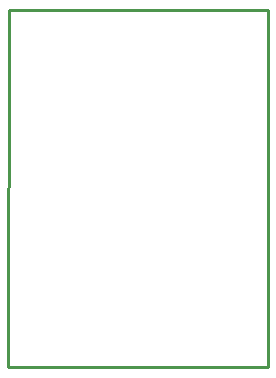
<source format=gko>
G04 Layer: BoardOutlineLayer*
G04 EasyEDA v6.5.23, 2023-04-30 22:23:46*
G04 780a14c897c5458fb3efe7b42501c717,664421963ecb4a5db0a4e46f32b0c09c,10*
G04 Gerber Generator version 0.2*
G04 Scale: 100 percent, Rotated: No, Reflected: No *
G04 Dimensions in millimeters *
G04 leading zeros omitted , absolute positions ,4 integer and 5 decimal *
%FSLAX45Y45*%
%MOMM*%

%ADD10C,0.2540*%
D10*
X25400Y3035300D02*
G01*
X25400Y3035300D01*
X2213533Y3035350D01*
X2213533Y12750D01*
X13972Y12700D02*
G01*
X25400Y3035300D01*
X2213609Y12700D02*
G01*
X20068Y12700D01*

%LPD*%
M02*

</source>
